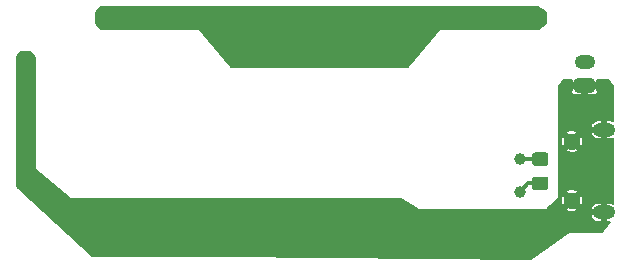
<source format=gbr>
%TF.GenerationSoftware,KiCad,Pcbnew,(5.1.9)-1*%
%TF.CreationDate,2021-01-14T15:41:35-05:00*%
%TF.ProjectId,TI59_battery,54493539-5f62-4617-9474-6572792e6b69,1*%
%TF.SameCoordinates,Original*%
%TF.FileFunction,Copper,L1,Top*%
%TF.FilePolarity,Positive*%
%FSLAX46Y46*%
G04 Gerber Fmt 4.6, Leading zero omitted, Abs format (unit mm)*
G04 Created by KiCad (PCBNEW (5.1.9)-1) date 2021-01-14 15:41:35*
%MOMM*%
%LPD*%
G01*
G04 APERTURE LIST*
%TA.AperFunction,ComponentPad*%
%ADD10C,1.450000*%
%TD*%
%TA.AperFunction,ComponentPad*%
%ADD11O,1.900000X1.200000*%
%TD*%
%TA.AperFunction,ComponentPad*%
%ADD12O,1.750000X1.200000*%
%TD*%
%TA.AperFunction,ViaPad*%
%ADD13C,1.000000*%
%TD*%
%TA.AperFunction,ViaPad*%
%ADD14C,1.400000*%
%TD*%
%TA.AperFunction,Conductor*%
%ADD15C,0.350000*%
%TD*%
%TA.AperFunction,Conductor*%
%ADD16C,0.150000*%
%TD*%
%TA.AperFunction,Conductor*%
%ADD17C,0.100000*%
%TD*%
%TA.AperFunction,Conductor*%
%ADD18C,0.254000*%
%TD*%
%TA.AperFunction,Conductor*%
%ADD19C,0.250000*%
%TD*%
G04 APERTURE END LIST*
D10*
%TO.P,J1,6*%
%TO.N,GND*%
X164937500Y-101750000D03*
X164937500Y-106750000D03*
D11*
X167637500Y-100750000D03*
X167637500Y-107750000D03*
%TD*%
%TO.P,D1,2*%
%TO.N,/VUSB*%
%TA.AperFunction,SMDPad,CuDef*%
G36*
G01*
X162700001Y-103825000D02*
X161799999Y-103825000D01*
G75*
G02*
X161550000Y-103575001I0J249999D01*
G01*
X161550000Y-102924999D01*
G75*
G02*
X161799999Y-102675000I249999J0D01*
G01*
X162700001Y-102675000D01*
G75*
G02*
X162950000Y-102924999I0J-249999D01*
G01*
X162950000Y-103575001D01*
G75*
G02*
X162700001Y-103825000I-249999J0D01*
G01*
G37*
%TD.AperFunction*%
%TO.P,D1,1*%
%TO.N,Net-(D1-Pad1)*%
%TA.AperFunction,SMDPad,CuDef*%
G36*
G01*
X162700001Y-105875000D02*
X161799999Y-105875000D01*
G75*
G02*
X161550000Y-105625001I0J249999D01*
G01*
X161550000Y-104974999D01*
G75*
G02*
X161799999Y-104725000I249999J0D01*
G01*
X162700001Y-104725000D01*
G75*
G02*
X162950000Y-104974999I0J-249999D01*
G01*
X162950000Y-105625001D01*
G75*
G02*
X162700001Y-105875000I-249999J0D01*
G01*
G37*
%TD.AperFunction*%
%TD*%
%TO.P,J2,1*%
%TO.N,GND*%
%TA.AperFunction,ComponentPad*%
G36*
G01*
X166625001Y-97600000D02*
X165374999Y-97600000D01*
G75*
G02*
X165125000Y-97350001I0J249999D01*
G01*
X165125000Y-96649999D01*
G75*
G02*
X165374999Y-96400000I249999J0D01*
G01*
X166625001Y-96400000D01*
G75*
G02*
X166875000Y-96649999I0J-249999D01*
G01*
X166875000Y-97350001D01*
G75*
G02*
X166625001Y-97600000I-249999J0D01*
G01*
G37*
%TD.AperFunction*%
D12*
%TO.P,J2,2*%
%TO.N,/VBAT*%
X166000000Y-95000000D03*
%TD*%
D13*
%TO.N,GND*%
X119750000Y-105750000D03*
X118600000Y-97800000D03*
X118600000Y-95100000D03*
%TO.N,Net-(D1-Pad1)*%
X160500000Y-106000000D03*
%TO.N,/VUSB*%
X160500000Y-103250000D03*
D14*
%TO.N,/POS*%
X159750000Y-91250000D03*
X160750000Y-91250000D03*
X125800000Y-91250000D03*
X161750000Y-91250000D03*
X132500000Y-91250000D03*
X129400000Y-91250000D03*
%TD*%
D15*
%TO.N,Net-(D1-Pad1)*%
X161200000Y-105300000D02*
X160500000Y-106000000D01*
X162250000Y-105300000D02*
X161200000Y-105300000D01*
%TO.N,/VUSB*%
X162250000Y-103250000D02*
X160500000Y-103250000D01*
%TD*%
D16*
%TO.N,GND*%
X164900000Y-96768750D02*
X164956250Y-96825000D01*
X165825000Y-96825000D01*
X165825000Y-96805000D01*
X166175000Y-96805000D01*
X166175000Y-96825000D01*
X167043750Y-96825000D01*
X167100000Y-96768750D01*
X167100572Y-96575000D01*
X167968934Y-96575000D01*
X168425000Y-97031066D01*
X168425000Y-100032791D01*
X168320087Y-99974993D01*
X168162500Y-99925000D01*
X167812500Y-99925000D01*
X167812500Y-100575000D01*
X167832500Y-100575000D01*
X167832500Y-100925000D01*
X167812500Y-100925000D01*
X167812500Y-101575000D01*
X168162500Y-101575000D01*
X168320087Y-101525007D01*
X168425000Y-101467209D01*
X168425000Y-107032791D01*
X168320087Y-106974993D01*
X168162500Y-106925000D01*
X167812500Y-106925000D01*
X167812500Y-107575000D01*
X167832500Y-107575000D01*
X167832500Y-107925000D01*
X167812500Y-107925000D01*
X167812500Y-108575000D01*
X168143953Y-108575000D01*
X167463953Y-109425000D01*
X164750000Y-109425000D01*
X164735368Y-109426441D01*
X164721299Y-109430709D01*
X164707309Y-109438336D01*
X161476899Y-111674774D01*
X135575000Y-111425717D01*
X135575000Y-108048967D01*
X166518576Y-108048967D01*
X166580393Y-108209620D01*
X166683647Y-108338738D01*
X166810107Y-108445231D01*
X166954913Y-108525007D01*
X167112500Y-108575000D01*
X167462500Y-108575000D01*
X167462500Y-107925000D01*
X166538934Y-107925000D01*
X166518576Y-108048967D01*
X135575000Y-108048967D01*
X135575000Y-106575000D01*
X150477291Y-106575000D01*
X151958397Y-107562404D01*
X151971371Y-107569321D01*
X151985445Y-107573574D01*
X152000000Y-107575000D01*
X162750000Y-107575000D01*
X162764632Y-107573559D01*
X162778701Y-107569291D01*
X162791668Y-107562360D01*
X162803033Y-107553033D01*
X162859264Y-107496802D01*
X164438186Y-107496802D01*
X164527490Y-107612059D01*
X164703547Y-107675485D01*
X164888596Y-107703343D01*
X165075523Y-107694566D01*
X165257146Y-107649489D01*
X165347510Y-107612059D01*
X165436814Y-107496802D01*
X165391046Y-107451033D01*
X166518576Y-107451033D01*
X166538934Y-107575000D01*
X167462500Y-107575000D01*
X167462500Y-106925000D01*
X167112500Y-106925000D01*
X166954913Y-106974993D01*
X166810107Y-107054769D01*
X166683647Y-107161262D01*
X166580393Y-107290380D01*
X166518576Y-107451033D01*
X165391046Y-107451033D01*
X164937500Y-106997487D01*
X164438186Y-107496802D01*
X162859264Y-107496802D01*
X163654970Y-106701096D01*
X163984157Y-106701096D01*
X163992934Y-106888023D01*
X164038011Y-107069646D01*
X164075441Y-107160010D01*
X164190698Y-107249314D01*
X164690013Y-106750000D01*
X165184987Y-106750000D01*
X165684302Y-107249314D01*
X165799559Y-107160010D01*
X165862985Y-106983953D01*
X165890843Y-106798904D01*
X165882066Y-106611977D01*
X165836989Y-106430354D01*
X165799559Y-106339990D01*
X165684302Y-106250686D01*
X165184987Y-106750000D01*
X164690013Y-106750000D01*
X164190698Y-106250686D01*
X164075441Y-106339990D01*
X164012015Y-106516047D01*
X163984157Y-106701096D01*
X163654970Y-106701096D01*
X163803033Y-106553033D01*
X163812360Y-106541668D01*
X163819291Y-106528701D01*
X163823559Y-106514632D01*
X163825000Y-106500000D01*
X163825000Y-106003198D01*
X164438186Y-106003198D01*
X164937500Y-106502513D01*
X165436814Y-106003198D01*
X165347510Y-105887941D01*
X165171453Y-105824515D01*
X164986404Y-105796657D01*
X164799477Y-105805434D01*
X164617854Y-105850511D01*
X164527490Y-105887941D01*
X164438186Y-106003198D01*
X163825000Y-106003198D01*
X163825000Y-102496802D01*
X164438186Y-102496802D01*
X164527490Y-102612059D01*
X164703547Y-102675485D01*
X164888596Y-102703343D01*
X165075523Y-102694566D01*
X165257146Y-102649489D01*
X165347510Y-102612059D01*
X165436814Y-102496802D01*
X164937500Y-101997487D01*
X164438186Y-102496802D01*
X163825000Y-102496802D01*
X163825000Y-101701096D01*
X163984157Y-101701096D01*
X163992934Y-101888023D01*
X164038011Y-102069646D01*
X164075441Y-102160010D01*
X164190698Y-102249314D01*
X164690013Y-101750000D01*
X165184987Y-101750000D01*
X165684302Y-102249314D01*
X165799559Y-102160010D01*
X165862985Y-101983953D01*
X165890843Y-101798904D01*
X165882066Y-101611977D01*
X165836989Y-101430354D01*
X165799559Y-101339990D01*
X165684302Y-101250686D01*
X165184987Y-101750000D01*
X164690013Y-101750000D01*
X164190698Y-101250686D01*
X164075441Y-101339990D01*
X164012015Y-101516047D01*
X163984157Y-101701096D01*
X163825000Y-101701096D01*
X163825000Y-101003198D01*
X164438186Y-101003198D01*
X164937500Y-101502513D01*
X165391045Y-101048967D01*
X166518576Y-101048967D01*
X166580393Y-101209620D01*
X166683647Y-101338738D01*
X166810107Y-101445231D01*
X166954913Y-101525007D01*
X167112500Y-101575000D01*
X167462500Y-101575000D01*
X167462500Y-100925000D01*
X166538934Y-100925000D01*
X166518576Y-101048967D01*
X165391045Y-101048967D01*
X165436814Y-101003198D01*
X165347510Y-100887941D01*
X165171453Y-100824515D01*
X164986404Y-100796657D01*
X164799477Y-100805434D01*
X164617854Y-100850511D01*
X164527490Y-100887941D01*
X164438186Y-101003198D01*
X163825000Y-101003198D01*
X163825000Y-100451033D01*
X166518576Y-100451033D01*
X166538934Y-100575000D01*
X167462500Y-100575000D01*
X167462500Y-99925000D01*
X167112500Y-99925000D01*
X166954913Y-99974993D01*
X166810107Y-100054769D01*
X166683647Y-100161262D01*
X166580393Y-100290380D01*
X166518576Y-100451033D01*
X163825000Y-100451033D01*
X163825000Y-97600000D01*
X164898911Y-97600000D01*
X164903255Y-97644108D01*
X164916121Y-97686521D01*
X164937014Y-97725608D01*
X164965131Y-97759869D01*
X164999392Y-97787986D01*
X165038479Y-97808879D01*
X165080892Y-97821745D01*
X165125000Y-97826089D01*
X165768750Y-97825000D01*
X165825000Y-97768750D01*
X165825000Y-97175000D01*
X166175000Y-97175000D01*
X166175000Y-97768750D01*
X166231250Y-97825000D01*
X166875000Y-97826089D01*
X166919108Y-97821745D01*
X166961521Y-97808879D01*
X167000608Y-97787986D01*
X167034869Y-97759869D01*
X167062986Y-97725608D01*
X167083879Y-97686521D01*
X167096745Y-97644108D01*
X167101089Y-97600000D01*
X167100000Y-97231250D01*
X167043750Y-97175000D01*
X166175000Y-97175000D01*
X165825000Y-97175000D01*
X164956250Y-97175000D01*
X164900000Y-97231250D01*
X164898911Y-97600000D01*
X163825000Y-97600000D01*
X163825000Y-97031066D01*
X164281066Y-96575000D01*
X164899428Y-96575000D01*
X164900000Y-96768750D01*
%TA.AperFunction,Conductor*%
D17*
G36*
X164900000Y-96768750D02*
G01*
X164956250Y-96825000D01*
X165825000Y-96825000D01*
X165825000Y-96805000D01*
X166175000Y-96805000D01*
X166175000Y-96825000D01*
X167043750Y-96825000D01*
X167100000Y-96768750D01*
X167100572Y-96575000D01*
X167968934Y-96575000D01*
X168425000Y-97031066D01*
X168425000Y-100032791D01*
X168320087Y-99974993D01*
X168162500Y-99925000D01*
X167812500Y-99925000D01*
X167812500Y-100575000D01*
X167832500Y-100575000D01*
X167832500Y-100925000D01*
X167812500Y-100925000D01*
X167812500Y-101575000D01*
X168162500Y-101575000D01*
X168320087Y-101525007D01*
X168425000Y-101467209D01*
X168425000Y-107032791D01*
X168320087Y-106974993D01*
X168162500Y-106925000D01*
X167812500Y-106925000D01*
X167812500Y-107575000D01*
X167832500Y-107575000D01*
X167832500Y-107925000D01*
X167812500Y-107925000D01*
X167812500Y-108575000D01*
X168143953Y-108575000D01*
X167463953Y-109425000D01*
X164750000Y-109425000D01*
X164735368Y-109426441D01*
X164721299Y-109430709D01*
X164707309Y-109438336D01*
X161476899Y-111674774D01*
X135575000Y-111425717D01*
X135575000Y-108048967D01*
X166518576Y-108048967D01*
X166580393Y-108209620D01*
X166683647Y-108338738D01*
X166810107Y-108445231D01*
X166954913Y-108525007D01*
X167112500Y-108575000D01*
X167462500Y-108575000D01*
X167462500Y-107925000D01*
X166538934Y-107925000D01*
X166518576Y-108048967D01*
X135575000Y-108048967D01*
X135575000Y-106575000D01*
X150477291Y-106575000D01*
X151958397Y-107562404D01*
X151971371Y-107569321D01*
X151985445Y-107573574D01*
X152000000Y-107575000D01*
X162750000Y-107575000D01*
X162764632Y-107573559D01*
X162778701Y-107569291D01*
X162791668Y-107562360D01*
X162803033Y-107553033D01*
X162859264Y-107496802D01*
X164438186Y-107496802D01*
X164527490Y-107612059D01*
X164703547Y-107675485D01*
X164888596Y-107703343D01*
X165075523Y-107694566D01*
X165257146Y-107649489D01*
X165347510Y-107612059D01*
X165436814Y-107496802D01*
X165391046Y-107451033D01*
X166518576Y-107451033D01*
X166538934Y-107575000D01*
X167462500Y-107575000D01*
X167462500Y-106925000D01*
X167112500Y-106925000D01*
X166954913Y-106974993D01*
X166810107Y-107054769D01*
X166683647Y-107161262D01*
X166580393Y-107290380D01*
X166518576Y-107451033D01*
X165391046Y-107451033D01*
X164937500Y-106997487D01*
X164438186Y-107496802D01*
X162859264Y-107496802D01*
X163654970Y-106701096D01*
X163984157Y-106701096D01*
X163992934Y-106888023D01*
X164038011Y-107069646D01*
X164075441Y-107160010D01*
X164190698Y-107249314D01*
X164690013Y-106750000D01*
X165184987Y-106750000D01*
X165684302Y-107249314D01*
X165799559Y-107160010D01*
X165862985Y-106983953D01*
X165890843Y-106798904D01*
X165882066Y-106611977D01*
X165836989Y-106430354D01*
X165799559Y-106339990D01*
X165684302Y-106250686D01*
X165184987Y-106750000D01*
X164690013Y-106750000D01*
X164190698Y-106250686D01*
X164075441Y-106339990D01*
X164012015Y-106516047D01*
X163984157Y-106701096D01*
X163654970Y-106701096D01*
X163803033Y-106553033D01*
X163812360Y-106541668D01*
X163819291Y-106528701D01*
X163823559Y-106514632D01*
X163825000Y-106500000D01*
X163825000Y-106003198D01*
X164438186Y-106003198D01*
X164937500Y-106502513D01*
X165436814Y-106003198D01*
X165347510Y-105887941D01*
X165171453Y-105824515D01*
X164986404Y-105796657D01*
X164799477Y-105805434D01*
X164617854Y-105850511D01*
X164527490Y-105887941D01*
X164438186Y-106003198D01*
X163825000Y-106003198D01*
X163825000Y-102496802D01*
X164438186Y-102496802D01*
X164527490Y-102612059D01*
X164703547Y-102675485D01*
X164888596Y-102703343D01*
X165075523Y-102694566D01*
X165257146Y-102649489D01*
X165347510Y-102612059D01*
X165436814Y-102496802D01*
X164937500Y-101997487D01*
X164438186Y-102496802D01*
X163825000Y-102496802D01*
X163825000Y-101701096D01*
X163984157Y-101701096D01*
X163992934Y-101888023D01*
X164038011Y-102069646D01*
X164075441Y-102160010D01*
X164190698Y-102249314D01*
X164690013Y-101750000D01*
X165184987Y-101750000D01*
X165684302Y-102249314D01*
X165799559Y-102160010D01*
X165862985Y-101983953D01*
X165890843Y-101798904D01*
X165882066Y-101611977D01*
X165836989Y-101430354D01*
X165799559Y-101339990D01*
X165684302Y-101250686D01*
X165184987Y-101750000D01*
X164690013Y-101750000D01*
X164190698Y-101250686D01*
X164075441Y-101339990D01*
X164012015Y-101516047D01*
X163984157Y-101701096D01*
X163825000Y-101701096D01*
X163825000Y-101003198D01*
X164438186Y-101003198D01*
X164937500Y-101502513D01*
X165391045Y-101048967D01*
X166518576Y-101048967D01*
X166580393Y-101209620D01*
X166683647Y-101338738D01*
X166810107Y-101445231D01*
X166954913Y-101525007D01*
X167112500Y-101575000D01*
X167462500Y-101575000D01*
X167462500Y-100925000D01*
X166538934Y-100925000D01*
X166518576Y-101048967D01*
X165391045Y-101048967D01*
X165436814Y-101003198D01*
X165347510Y-100887941D01*
X165171453Y-100824515D01*
X164986404Y-100796657D01*
X164799477Y-100805434D01*
X164617854Y-100850511D01*
X164527490Y-100887941D01*
X164438186Y-101003198D01*
X163825000Y-101003198D01*
X163825000Y-100451033D01*
X166518576Y-100451033D01*
X166538934Y-100575000D01*
X167462500Y-100575000D01*
X167462500Y-99925000D01*
X167112500Y-99925000D01*
X166954913Y-99974993D01*
X166810107Y-100054769D01*
X166683647Y-100161262D01*
X166580393Y-100290380D01*
X166518576Y-100451033D01*
X163825000Y-100451033D01*
X163825000Y-97600000D01*
X164898911Y-97600000D01*
X164903255Y-97644108D01*
X164916121Y-97686521D01*
X164937014Y-97725608D01*
X164965131Y-97759869D01*
X164999392Y-97787986D01*
X165038479Y-97808879D01*
X165080892Y-97821745D01*
X165125000Y-97826089D01*
X165768750Y-97825000D01*
X165825000Y-97768750D01*
X165825000Y-97175000D01*
X166175000Y-97175000D01*
X166175000Y-97768750D01*
X166231250Y-97825000D01*
X166875000Y-97826089D01*
X166919108Y-97821745D01*
X166961521Y-97808879D01*
X167000608Y-97787986D01*
X167034869Y-97759869D01*
X167062986Y-97725608D01*
X167083879Y-97686521D01*
X167096745Y-97644108D01*
X167101089Y-97600000D01*
X167100000Y-97231250D01*
X167043750Y-97175000D01*
X166175000Y-97175000D01*
X165825000Y-97175000D01*
X164956250Y-97175000D01*
X164900000Y-97231250D01*
X164898911Y-97600000D01*
X163825000Y-97600000D01*
X163825000Y-97031066D01*
X164281066Y-96575000D01*
X164899428Y-96575000D01*
X164900000Y-96768750D01*
G37*
%TD.AperFunction*%
%TD*%
D18*
%TO.N,GND*%
X119373000Y-94552606D02*
X119373000Y-104000000D01*
X119375440Y-104024776D01*
X119382667Y-104048601D01*
X119394403Y-104070557D01*
X119418697Y-104097564D01*
X122418697Y-106597564D01*
X122439293Y-106611551D01*
X122462222Y-106621251D01*
X122486602Y-106626291D01*
X122500000Y-106627000D01*
X135873000Y-106627000D01*
X135873000Y-111373000D01*
X124299655Y-111373000D01*
X117910000Y-105474857D01*
X117910000Y-94519606D01*
X118302606Y-94127000D01*
X118947394Y-94127000D01*
X119373000Y-94552606D01*
%TA.AperFunction,Conductor*%
D17*
G36*
X119373000Y-94552606D02*
G01*
X119373000Y-104000000D01*
X119375440Y-104024776D01*
X119382667Y-104048601D01*
X119394403Y-104070557D01*
X119418697Y-104097564D01*
X122418697Y-106597564D01*
X122439293Y-106611551D01*
X122462222Y-106621251D01*
X122486602Y-106626291D01*
X122500000Y-106627000D01*
X135873000Y-106627000D01*
X135873000Y-111373000D01*
X124299655Y-111373000D01*
X117910000Y-105474857D01*
X117910000Y-94519606D01*
X118302606Y-94127000D01*
X118947394Y-94127000D01*
X119373000Y-94552606D01*
G37*
%TD.AperFunction*%
%TD*%
D19*
%TO.N,/POS*%
X162625000Y-90816898D02*
X162625000Y-91689921D01*
X162081152Y-92125000D01*
X153750000Y-92125000D01*
X153725614Y-92127402D01*
X153702165Y-92134515D01*
X153680554Y-92146066D01*
X153654577Y-92169257D01*
X150942025Y-95375000D01*
X136057975Y-95375000D01*
X133345423Y-92169257D01*
X133327838Y-92152193D01*
X133307261Y-92138886D01*
X133284483Y-92129850D01*
X133250000Y-92125000D01*
X125051776Y-92125000D01*
X124625000Y-91698224D01*
X124625000Y-90801776D01*
X125051776Y-90375000D01*
X161962153Y-90375000D01*
X162625000Y-90816898D01*
%TA.AperFunction,Conductor*%
D17*
G36*
X162625000Y-90816898D02*
G01*
X162625000Y-91689921D01*
X162081152Y-92125000D01*
X153750000Y-92125000D01*
X153725614Y-92127402D01*
X153702165Y-92134515D01*
X153680554Y-92146066D01*
X153654577Y-92169257D01*
X150942025Y-95375000D01*
X136057975Y-95375000D01*
X133345423Y-92169257D01*
X133327838Y-92152193D01*
X133307261Y-92138886D01*
X133284483Y-92129850D01*
X133250000Y-92125000D01*
X125051776Y-92125000D01*
X124625000Y-91698224D01*
X124625000Y-90801776D01*
X125051776Y-90375000D01*
X161962153Y-90375000D01*
X162625000Y-90816898D01*
G37*
%TD.AperFunction*%
%TD*%
M02*

</source>
